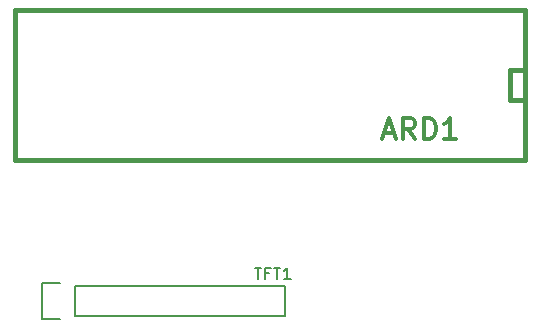
<source format=gto>
G04 #@! TF.FileFunction,Legend,Top*
%FSLAX46Y46*%
G04 Gerber Fmt 4.6, Leading zero omitted, Abs format (unit mm)*
G04 Created by KiCad (PCBNEW 4.0.2-stable) date 21.04.2016 21:16:34*
%MOMM*%
G01*
G04 APERTURE LIST*
%ADD10C,0.100000*%
%ADD11C,0.381000*%
%ADD12C,0.150000*%
%ADD13C,0.304800*%
G04 APERTURE END LIST*
D10*
D11*
X162814000Y-95504000D02*
X119634000Y-95504000D01*
X119634000Y-95504000D02*
X119634000Y-82804000D01*
X119634000Y-82804000D02*
X162814000Y-82804000D01*
X162814000Y-82804000D02*
X162814000Y-95504000D01*
X162814000Y-87884000D02*
X161544000Y-87884000D01*
X161544000Y-87884000D02*
X161544000Y-90424000D01*
X161544000Y-90424000D02*
X162814000Y-90424000D01*
D12*
X124714000Y-106172000D02*
X142494000Y-106172000D01*
X142494000Y-106172000D02*
X142494000Y-108712000D01*
X142494000Y-108712000D02*
X124714000Y-108712000D01*
X121894000Y-105892000D02*
X123444000Y-105892000D01*
X124714000Y-106172000D02*
X124714000Y-108712000D01*
X123444000Y-108992000D02*
X121894000Y-108992000D01*
X121894000Y-108992000D02*
X121894000Y-105892000D01*
D13*
X150876001Y-93260333D02*
X151722667Y-93260333D01*
X150706667Y-93768333D02*
X151299334Y-91990333D01*
X151892001Y-93768333D01*
X153500667Y-93768333D02*
X152908001Y-92921667D01*
X152484667Y-93768333D02*
X152484667Y-91990333D01*
X153162001Y-91990333D01*
X153331334Y-92075000D01*
X153416001Y-92159667D01*
X153500667Y-92329000D01*
X153500667Y-92583000D01*
X153416001Y-92752333D01*
X153331334Y-92837000D01*
X153162001Y-92921667D01*
X152484667Y-92921667D01*
X154262667Y-93768333D02*
X154262667Y-91990333D01*
X154686001Y-91990333D01*
X154940001Y-92075000D01*
X155109334Y-92244333D01*
X155194001Y-92413667D01*
X155278667Y-92752333D01*
X155278667Y-93006333D01*
X155194001Y-93345000D01*
X155109334Y-93514333D01*
X154940001Y-93683667D01*
X154686001Y-93768333D01*
X154262667Y-93768333D01*
X156972001Y-93768333D02*
X155956001Y-93768333D01*
X156464001Y-93768333D02*
X156464001Y-91990333D01*
X156294667Y-92244333D01*
X156125334Y-92413667D01*
X155956001Y-92498333D01*
D12*
X139906571Y-104608381D02*
X140478000Y-104608381D01*
X140192285Y-105608381D02*
X140192285Y-104608381D01*
X141144667Y-105084571D02*
X140811333Y-105084571D01*
X140811333Y-105608381D02*
X140811333Y-104608381D01*
X141287524Y-104608381D01*
X141525619Y-104608381D02*
X142097048Y-104608381D01*
X141811333Y-105608381D02*
X141811333Y-104608381D01*
X142954191Y-105608381D02*
X142382762Y-105608381D01*
X142668476Y-105608381D02*
X142668476Y-104608381D01*
X142573238Y-104751238D01*
X142478000Y-104846476D01*
X142382762Y-104894095D01*
M02*

</source>
